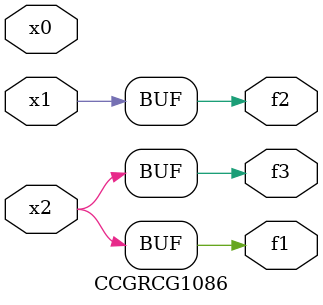
<source format=v>
module CCGRCG1086(
	input x0, x1, x2,
	output f1, f2, f3
);
	assign f1 = x2;
	assign f2 = x1;
	assign f3 = x2;
endmodule

</source>
